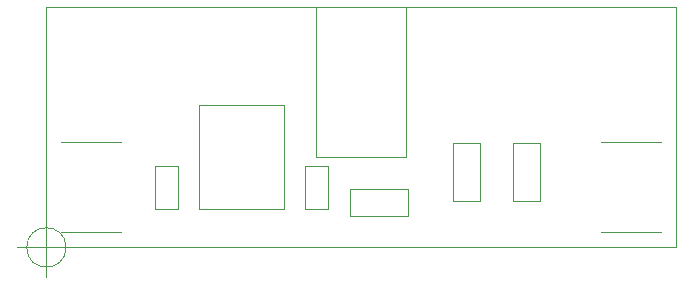
<source format=gbr>
%TF.GenerationSoftware,KiCad,Pcbnew,5.1.5-1.fc31*%
%TF.CreationDate,2020-02-01T15:27:32+01:00*%
%TF.ProjectId,power-supply-5V,706f7765-722d-4737-9570-706c792d3556,1.0*%
%TF.SameCoordinates,Original*%
%TF.FileFunction,Other,User*%
%FSLAX46Y46*%
G04 Gerber Fmt 4.6, Leading zero omitted, Abs format (unit mm)*
G04 Created by KiCad (PCBNEW 5.1.5-1.fc31) date 2020-02-01 15:27:32*
%MOMM*%
%LPD*%
G04 APERTURE LIST*
%TA.AperFunction,Profile*%
%ADD10C,0.050000*%
%TD*%
%ADD11C,0.120000*%
%ADD12C,0.050000*%
G04 APERTURE END LIST*
D10*
X127396666Y-85090000D02*
G75*
G03X127396666Y-85090000I-1666666J0D01*
G01*
X123230000Y-85090000D02*
X128230000Y-85090000D01*
X125730000Y-82590000D02*
X125730000Y-87590000D01*
X125730000Y-85090000D02*
X125730000Y-64770000D01*
X179070000Y-85090000D02*
X125730000Y-85090000D01*
X179070000Y-64770000D02*
X179070000Y-85090000D01*
X125730000Y-64770000D02*
X179070000Y-64770000D01*
D11*
%TO.C,J3*%
X127000000Y-83820000D02*
X132080000Y-83820000D01*
X127000000Y-76200000D02*
X132080000Y-76200000D01*
%TO.C,J2*%
X172720000Y-83820000D02*
X177800000Y-83820000D01*
X172720000Y-76200000D02*
X177800000Y-76200000D01*
%TO.C,J1*%
X148590000Y-64770000D02*
X156210000Y-64770000D01*
X148590000Y-77470000D02*
X156210000Y-77470000D01*
X156210000Y-64770000D02*
X156210000Y-77470000D01*
X148590000Y-64770000D02*
X148590000Y-77470000D01*
D12*
%TO.C,C1*%
X147640000Y-81860000D02*
X147640000Y-78160000D01*
X149540000Y-81860000D02*
X147640000Y-81860000D01*
X149540000Y-78160000D02*
X149540000Y-81860000D01*
X147640000Y-78160000D02*
X149540000Y-78160000D01*
%TO.C,C2*%
X136840000Y-78160000D02*
X136840000Y-81860000D01*
X134940000Y-78160000D02*
X136840000Y-78160000D01*
X134940000Y-81860000D02*
X134940000Y-78160000D01*
X136840000Y-81860000D02*
X134940000Y-81860000D01*
%TO.C,D1*%
X156338000Y-82400000D02*
X151438000Y-82400000D01*
X156338000Y-80160000D02*
X156338000Y-82400000D01*
X151438000Y-80160000D02*
X156338000Y-80160000D01*
X151438000Y-82400000D02*
X151438000Y-80160000D01*
%TO.C,D2*%
X165250000Y-81190000D02*
X165250000Y-76290000D01*
X167490000Y-81190000D02*
X165250000Y-81190000D01*
X167490000Y-76290000D02*
X167490000Y-81190000D01*
X165250000Y-76290000D02*
X167490000Y-76290000D01*
%TO.C,R1*%
X160170000Y-81190000D02*
X160170000Y-76290000D01*
X162410000Y-81190000D02*
X160170000Y-81190000D01*
X162410000Y-76290000D02*
X162410000Y-81190000D01*
X160170000Y-76290000D02*
X162410000Y-76290000D01*
%TO.C,U1*%
X138640000Y-81870000D02*
X145840000Y-81870000D01*
X145840000Y-81870000D02*
X145840000Y-73070000D01*
X145840000Y-73070000D02*
X138640000Y-73070000D01*
X138640000Y-73070000D02*
X138640000Y-81870000D01*
%TD*%
M02*

</source>
